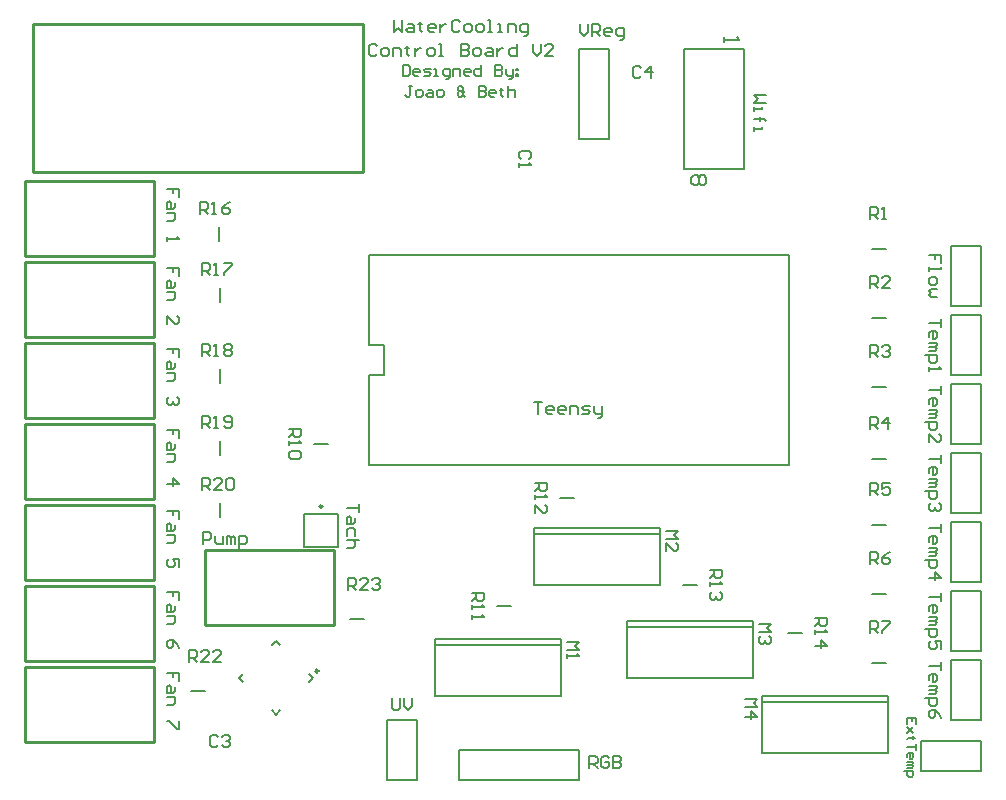
<source format=gto>
G04 Layer_Color=65535*
%FSAX24Y24*%
%MOIN*%
G70*
G01*
G75*
%ADD17C,0.0080*%
%ADD18C,0.0100*%
%ADD37C,0.0098*%
%ADD38C,0.0079*%
%ADD39C,0.0070*%
D17*
X056900Y043500D02*
Y044500D01*
X056400D02*
X056900D01*
X056400D02*
Y047500D01*
X070400D01*
Y040500D02*
Y047500D01*
X056400Y040500D02*
X070400D01*
X056400D02*
Y043500D01*
X056900D01*
X057242Y055324D02*
Y054924D01*
X057376Y055057D01*
X057509Y054924D01*
Y055324D01*
X057709Y055190D02*
X057842D01*
X057909Y055124D01*
Y054924D01*
X057709D01*
X057642Y054990D01*
X057709Y055057D01*
X057909D01*
X058109Y055257D02*
Y055190D01*
X058042D01*
X058175D01*
X058109D01*
Y054990D01*
X058175Y054924D01*
X058575D02*
X058442D01*
X058375Y054990D01*
Y055124D01*
X058442Y055190D01*
X058575D01*
X058642Y055124D01*
Y055057D01*
X058375D01*
X058775Y055190D02*
Y054924D01*
Y055057D01*
X058842Y055124D01*
X058909Y055190D01*
X058975D01*
X059442Y055257D02*
X059375Y055324D01*
X059242D01*
X059175Y055257D01*
Y054990D01*
X059242Y054924D01*
X059375D01*
X059442Y054990D01*
X059642Y054924D02*
X059775D01*
X059842Y054990D01*
Y055124D01*
X059775Y055190D01*
X059642D01*
X059575Y055124D01*
Y054990D01*
X059642Y054924D01*
X060041D02*
X060175D01*
X060241Y054990D01*
Y055124D01*
X060175Y055190D01*
X060041D01*
X059975Y055124D01*
Y054990D01*
X060041Y054924D01*
X060375D02*
X060508D01*
X060441D01*
Y055324D01*
X060375D01*
X060708Y054924D02*
X060841D01*
X060775D01*
Y055190D01*
X060708D01*
X061041Y054924D02*
Y055190D01*
X061241D01*
X061308Y055124D01*
Y054924D01*
X061574Y054790D02*
X061641D01*
X061708Y054857D01*
Y055190D01*
X061508D01*
X061441Y055124D01*
Y054990D01*
X061508Y054924D01*
X061708D01*
X056676Y054452D02*
X056609Y054518D01*
X056476D01*
X056409Y054452D01*
Y054185D01*
X056476Y054118D01*
X056609D01*
X056676Y054185D01*
X056876Y054118D02*
X057009D01*
X057076Y054185D01*
Y054318D01*
X057009Y054385D01*
X056876D01*
X056809Y054318D01*
Y054185D01*
X056876Y054118D01*
X057209D02*
Y054385D01*
X057409D01*
X057476Y054318D01*
Y054118D01*
X057676Y054452D02*
Y054385D01*
X057609D01*
X057742D01*
X057676D01*
Y054185D01*
X057742Y054118D01*
X057942Y054385D02*
Y054118D01*
Y054252D01*
X058009Y054318D01*
X058075Y054385D01*
X058142D01*
X058409Y054118D02*
X058542D01*
X058609Y054185D01*
Y054318D01*
X058542Y054385D01*
X058409D01*
X058342Y054318D01*
Y054185D01*
X058409Y054118D01*
X058742D02*
X058875D01*
X058809D01*
Y054518D01*
X058742D01*
X059475D02*
Y054118D01*
X059675D01*
X059742Y054185D01*
Y054252D01*
X059675Y054318D01*
X059475D01*
X059675D01*
X059742Y054385D01*
Y054452D01*
X059675Y054518D01*
X059475D01*
X059942Y054118D02*
X060075D01*
X060141Y054185D01*
Y054318D01*
X060075Y054385D01*
X059942D01*
X059875Y054318D01*
Y054185D01*
X059942Y054118D01*
X060341Y054385D02*
X060475D01*
X060541Y054318D01*
Y054118D01*
X060341D01*
X060275Y054185D01*
X060341Y054252D01*
X060541D01*
X060675Y054385D02*
Y054118D01*
Y054252D01*
X060741Y054318D01*
X060808Y054385D01*
X060875D01*
X061341Y054518D02*
Y054118D01*
X061141D01*
X061074Y054185D01*
Y054318D01*
X061141Y054385D01*
X061341D01*
X061874Y054518D02*
Y054252D01*
X062008Y054118D01*
X062141Y054252D01*
Y054518D01*
X062541Y054118D02*
X062274D01*
X062541Y054385D01*
Y054452D01*
X062474Y054518D01*
X062341D01*
X062274Y054452D01*
X069620Y052830D02*
X069220D01*
X069353Y052697D01*
X069220Y052563D01*
X069620D01*
X069220Y052430D02*
Y052297D01*
Y052363D01*
X069487D01*
Y052430D01*
X069220Y052030D02*
X069553D01*
X069420D01*
Y052097D01*
Y051964D01*
Y052030D01*
X069553D01*
X069620Y051964D01*
X069220Y051764D02*
Y051630D01*
Y051697D01*
X069487D01*
Y051764D01*
X063440Y055200D02*
Y054933D01*
X063573Y054800D01*
X063707Y054933D01*
Y055200D01*
X063840Y054800D02*
Y055200D01*
X064040D01*
X064106Y055133D01*
Y055000D01*
X064040Y054933D01*
X063840D01*
X063973D02*
X064106Y054800D01*
X064440D02*
X064306D01*
X064240Y054867D01*
Y055000D01*
X064306Y055067D01*
X064440D01*
X064506Y055000D01*
Y054933D01*
X064240D01*
X064773Y054667D02*
X064840D01*
X064906Y054733D01*
Y055067D01*
X064706D01*
X064640Y055000D01*
Y054867D01*
X064706Y054800D01*
X064906D01*
X051367Y031433D02*
X051300Y031500D01*
X051167D01*
X051100Y031433D01*
Y031167D01*
X051167Y031100D01*
X051300D01*
X051367Y031167D01*
X051500Y031433D02*
X051567Y031500D01*
X051700D01*
X051766Y031433D01*
Y031367D01*
X051700Y031300D01*
X051633D01*
X051700D01*
X051766Y031233D01*
Y031167D01*
X051700Y031100D01*
X051567D01*
X051500Y031167D01*
X061743Y050703D02*
X061810Y050770D01*
Y050903D01*
X061743Y050970D01*
X061477D01*
X061410Y050903D01*
Y050770D01*
X061477Y050703D01*
X061410Y050570D02*
Y050437D01*
Y050503D01*
X061810D01*
X061743Y050570D01*
X071270Y035400D02*
X071670D01*
Y035200D01*
X071603Y035133D01*
X071470D01*
X071403Y035200D01*
Y035400D01*
Y035267D02*
X071270Y035133D01*
Y035000D02*
Y034867D01*
Y034933D01*
X071670D01*
X071603Y035000D01*
X071270Y034467D02*
X071670D01*
X071470Y034667D01*
Y034400D01*
X067770Y037000D02*
X068170D01*
Y036800D01*
X068103Y036733D01*
X067970D01*
X067903Y036800D01*
Y037000D01*
Y036867D02*
X067770Y036733D01*
Y036600D02*
Y036467D01*
Y036533D01*
X068170D01*
X068103Y036600D01*
Y036267D02*
X068170Y036200D01*
Y036067D01*
X068103Y036000D01*
X068037D01*
X067970Y036067D01*
Y036134D01*
Y036067D01*
X067903Y036000D01*
X067837D01*
X067770Y036067D01*
Y036200D01*
X067837Y036267D01*
X061930Y039900D02*
X062330D01*
Y039700D01*
X062263Y039633D01*
X062130D01*
X062063Y039700D01*
Y039900D01*
Y039767D02*
X061930Y039633D01*
Y039500D02*
Y039367D01*
Y039433D01*
X062330D01*
X062263Y039500D01*
X061930Y038900D02*
Y039167D01*
X062197Y038900D01*
X062263D01*
X062330Y038967D01*
Y039100D01*
X062263Y039167D01*
X059830Y036230D02*
X060230D01*
Y036030D01*
X060163Y035963D01*
X060030D01*
X059963Y036030D01*
Y036230D01*
Y036097D02*
X059830Y035963D01*
Y035830D02*
Y035697D01*
Y035763D01*
X060230D01*
X060163Y035830D01*
X059830Y035497D02*
Y035364D01*
Y035430D01*
X060230D01*
X060163Y035497D01*
X050080Y049423D02*
Y049690D01*
X049880D01*
Y049557D01*
Y049690D01*
X049680D01*
X049947Y049223D02*
Y049090D01*
X049880Y049024D01*
X049680D01*
Y049223D01*
X049747Y049290D01*
X049813Y049223D01*
Y049024D01*
X049680Y048890D02*
X049947D01*
Y048690D01*
X049880Y048624D01*
X049680D01*
Y048091D02*
Y047957D01*
Y048024D01*
X050080D01*
X050013Y048091D01*
X050080Y046793D02*
Y047060D01*
X049880D01*
Y046926D01*
Y047060D01*
X049680D01*
X049947Y046593D02*
Y046460D01*
X049880Y046393D01*
X049680D01*
Y046593D01*
X049747Y046660D01*
X049813Y046593D01*
Y046393D01*
X049680Y046260D02*
X049947D01*
Y046060D01*
X049880Y045993D01*
X049680D01*
Y045194D02*
Y045460D01*
X049947Y045194D01*
X050013D01*
X050080Y045260D01*
Y045393D01*
X050013Y045460D01*
X050080Y044093D02*
Y044360D01*
X049880D01*
Y044226D01*
Y044360D01*
X049680D01*
X049947Y043893D02*
Y043760D01*
X049880Y043693D01*
X049680D01*
Y043893D01*
X049747Y043960D01*
X049813Y043893D01*
Y043693D01*
X049680Y043560D02*
X049947D01*
Y043360D01*
X049880Y043293D01*
X049680D01*
X050013Y042760D02*
X050080Y042693D01*
Y042560D01*
X050013Y042494D01*
X049947D01*
X049880Y042560D01*
Y042627D01*
Y042560D01*
X049813Y042494D01*
X049747D01*
X049680Y042560D01*
Y042693D01*
X049747Y042760D01*
X050080Y041393D02*
Y041660D01*
X049880D01*
Y041526D01*
Y041660D01*
X049680D01*
X049947Y041193D02*
Y041060D01*
X049880Y040993D01*
X049680D01*
Y041193D01*
X049747Y041260D01*
X049813Y041193D01*
Y040993D01*
X049680Y040860D02*
X049947D01*
Y040660D01*
X049880Y040593D01*
X049680D01*
Y039860D02*
X050080D01*
X049880Y040060D01*
Y039794D01*
X050080Y038693D02*
Y038960D01*
X049880D01*
Y038827D01*
Y038960D01*
X049680D01*
X049947Y038493D02*
Y038360D01*
X049880Y038294D01*
X049680D01*
Y038493D01*
X049747Y038560D01*
X049813Y038493D01*
Y038294D01*
X049680Y038160D02*
X049947D01*
Y037960D01*
X049880Y037894D01*
X049680D01*
X050080Y037094D02*
Y037361D01*
X049880D01*
X049947Y037227D01*
Y037161D01*
X049880Y037094D01*
X049747D01*
X049680Y037161D01*
Y037294D01*
X049747Y037361D01*
X050079Y035993D02*
Y036260D01*
X049879D01*
Y036127D01*
Y036260D01*
X049679D01*
X049946Y035793D02*
Y035660D01*
X049879Y035594D01*
X049679D01*
Y035793D01*
X049746Y035860D01*
X049812Y035793D01*
Y035594D01*
X049679Y035460D02*
X049946D01*
Y035260D01*
X049879Y035194D01*
X049679D01*
X050079Y034394D02*
X050012Y034527D01*
X049879Y034661D01*
X049746D01*
X049679Y034594D01*
Y034461D01*
X049746Y034394D01*
X049812D01*
X049879Y034461D01*
Y034661D01*
X050080Y033294D02*
Y033560D01*
X049880D01*
Y033427D01*
Y033560D01*
X049680D01*
X049947Y033094D02*
Y032961D01*
X049880Y032894D01*
X049680D01*
Y033094D01*
X049747Y033161D01*
X049813Y033094D01*
Y032894D01*
X049680Y032761D02*
X049947D01*
Y032561D01*
X049880Y032494D01*
X049680D01*
X050080Y031961D02*
Y031694D01*
X050013D01*
X049747Y031961D01*
X049680D01*
X075480Y047233D02*
Y047500D01*
X075280D01*
Y047367D01*
Y047500D01*
X075080D01*
Y047100D02*
Y046967D01*
Y047033D01*
X075480D01*
Y047100D01*
X075080Y046700D02*
Y046567D01*
X075147Y046500D01*
X075280D01*
X075347Y046567D01*
Y046700D01*
X075280Y046767D01*
X075147D01*
X075080Y046700D01*
X075347Y046367D02*
X075147D01*
X075080Y046300D01*
X075147Y046234D01*
X075080Y046167D01*
X075147Y046100D01*
X075347D01*
X050880Y037860D02*
Y038260D01*
X051080D01*
X051147Y038194D01*
Y038060D01*
X051080Y037994D01*
X050880D01*
X051280Y038127D02*
Y037927D01*
X051347Y037860D01*
X051546D01*
Y038127D01*
X051680Y037860D02*
Y038127D01*
X051746D01*
X051813Y038060D01*
Y037860D01*
Y038060D01*
X051880Y038127D01*
X051946Y038060D01*
Y037860D01*
X052080Y037727D02*
Y038127D01*
X052280D01*
X052346Y038060D01*
Y037927D01*
X052280Y037860D01*
X052080D01*
X073090Y048686D02*
Y049086D01*
X073290D01*
X073357Y049019D01*
Y048886D01*
X073290Y048819D01*
X073090D01*
X073223D02*
X073357Y048686D01*
X073490D02*
X073623D01*
X073557D01*
Y049086D01*
X073490Y049019D01*
X073090Y046386D02*
Y046786D01*
X073290D01*
X073357Y046719D01*
Y046586D01*
X073290Y046519D01*
X073090D01*
X073223D02*
X073357Y046386D01*
X073756D02*
X073490D01*
X073756Y046652D01*
Y046719D01*
X073690Y046786D01*
X073557D01*
X073490Y046719D01*
X073090Y044086D02*
Y044486D01*
X073290D01*
X073357Y044419D01*
Y044286D01*
X073290Y044219D01*
X073090D01*
X073223D02*
X073357Y044086D01*
X073490Y044419D02*
X073557Y044486D01*
X073690D01*
X073756Y044419D01*
Y044352D01*
X073690Y044286D01*
X073623D01*
X073690D01*
X073756Y044219D01*
Y044152D01*
X073690Y044086D01*
X073557D01*
X073490Y044152D01*
X073090Y041686D02*
Y042086D01*
X073290D01*
X073357Y042019D01*
Y041886D01*
X073290Y041819D01*
X073090D01*
X073223D02*
X073357Y041686D01*
X073690D02*
Y042086D01*
X073490Y041886D01*
X073756D01*
X073090Y039486D02*
Y039886D01*
X073290D01*
X073357Y039819D01*
Y039686D01*
X073290Y039619D01*
X073090D01*
X073223D02*
X073357Y039486D01*
X073756Y039886D02*
X073490D01*
Y039686D01*
X073623Y039752D01*
X073690D01*
X073756Y039686D01*
Y039552D01*
X073690Y039486D01*
X073557D01*
X073490Y039552D01*
X073090Y037186D02*
Y037586D01*
X073290D01*
X073357Y037519D01*
Y037386D01*
X073290Y037319D01*
X073090D01*
X073223D02*
X073357Y037186D01*
X073756Y037586D02*
X073623Y037519D01*
X073490Y037386D01*
Y037252D01*
X073557Y037186D01*
X073690D01*
X073756Y037252D01*
Y037319D01*
X073690Y037386D01*
X073490D01*
X073090Y034886D02*
Y035286D01*
X073290D01*
X073357Y035219D01*
Y035086D01*
X073290Y035019D01*
X073090D01*
X073223D02*
X073357Y034886D01*
X073490Y035286D02*
X073756D01*
Y035219D01*
X073490Y034952D01*
Y034886D01*
X053730Y041700D02*
X054130D01*
Y041500D01*
X054063Y041433D01*
X053930D01*
X053863Y041500D01*
Y041700D01*
Y041567D02*
X053730Y041433D01*
Y041300D02*
Y041167D01*
Y041233D01*
X054130D01*
X054063Y041300D01*
Y040967D02*
X054130Y040900D01*
Y040767D01*
X054063Y040700D01*
X053797D01*
X053730Y040767D01*
Y040900D01*
X053797Y040967D01*
X054063D01*
X066300Y038300D02*
X066700D01*
X066567Y038167D01*
X066700Y038033D01*
X066300D01*
Y037634D02*
Y037900D01*
X066567Y037634D01*
X066633D01*
X066700Y037700D01*
Y037833D01*
X066633Y037900D01*
X069400Y035200D02*
X069800D01*
X069667Y035067D01*
X069800Y034933D01*
X069400D01*
X069733Y034800D02*
X069800Y034733D01*
Y034600D01*
X069733Y034534D01*
X069667D01*
X069600Y034600D01*
Y034667D01*
Y034600D01*
X069533Y034534D01*
X069467D01*
X069400Y034600D01*
Y034733D01*
X069467Y034800D01*
X068950Y032700D02*
X069350D01*
X069217Y032567D01*
X069350Y032433D01*
X068950D01*
Y032100D02*
X069350D01*
X069150Y032300D01*
Y032034D01*
X063750Y030400D02*
Y030800D01*
X063950D01*
X064017Y030733D01*
Y030600D01*
X063950Y030533D01*
X063750D01*
X063883D02*
X064017Y030400D01*
X064416Y030733D02*
X064350Y030800D01*
X064217D01*
X064150Y030733D01*
Y030467D01*
X064217Y030400D01*
X064350D01*
X064416Y030467D01*
Y030600D01*
X064283D01*
X064550Y030800D02*
Y030400D01*
X064750D01*
X064816Y030467D01*
Y030533D01*
X064750Y030600D01*
X064550D01*
X064750D01*
X064816Y030667D01*
Y030733D01*
X064750Y030800D01*
X064550D01*
X075480Y045370D02*
Y045103D01*
Y045237D01*
X075080D01*
Y044770D02*
Y044903D01*
X075147Y044970D01*
X075280D01*
X075347Y044903D01*
Y044770D01*
X075280Y044704D01*
X075213D01*
Y044970D01*
X075080Y044570D02*
X075347D01*
Y044504D01*
X075280Y044437D01*
X075080D01*
X075280D01*
X075347Y044370D01*
X075280Y044304D01*
X075080D01*
X074947Y044170D02*
X075347D01*
Y043970D01*
X075280Y043904D01*
X075147D01*
X075080Y043970D01*
Y044170D01*
Y043771D02*
Y043637D01*
Y043704D01*
X075480D01*
X075413Y043771D01*
X075480Y043130D02*
Y042863D01*
Y042997D01*
X075080D01*
Y042530D02*
Y042663D01*
X075147Y042730D01*
X075280D01*
X075347Y042663D01*
Y042530D01*
X075280Y042464D01*
X075213D01*
Y042730D01*
X075080Y042330D02*
X075347D01*
Y042264D01*
X075280Y042197D01*
X075080D01*
X075280D01*
X075347Y042130D01*
X075280Y042064D01*
X075080D01*
X074947Y041930D02*
X075347D01*
Y041730D01*
X075280Y041664D01*
X075147D01*
X075080Y041730D01*
Y041930D01*
Y041264D02*
Y041531D01*
X075347Y041264D01*
X075413D01*
X075480Y041331D01*
Y041464D01*
X075413Y041531D01*
X075480Y040830D02*
Y040563D01*
Y040697D01*
X075080D01*
Y040230D02*
Y040363D01*
X075147Y040430D01*
X075280D01*
X075347Y040363D01*
Y040230D01*
X075280Y040164D01*
X075213D01*
Y040430D01*
X075080Y040030D02*
X075347D01*
Y039964D01*
X075280Y039897D01*
X075080D01*
X075280D01*
X075347Y039830D01*
X075280Y039764D01*
X075080D01*
X074947Y039630D02*
X075347D01*
Y039430D01*
X075280Y039364D01*
X075147D01*
X075080Y039430D01*
Y039630D01*
X075413Y039231D02*
X075480Y039164D01*
Y039031D01*
X075413Y038964D01*
X075347D01*
X075280Y039031D01*
Y039097D01*
Y039031D01*
X075213Y038964D01*
X075147D01*
X075080Y039031D01*
Y039164D01*
X075147Y039231D01*
X075480Y038530D02*
Y038263D01*
Y038397D01*
X075080D01*
Y037930D02*
Y038063D01*
X075147Y038130D01*
X075280D01*
X075347Y038063D01*
Y037930D01*
X075280Y037864D01*
X075213D01*
Y038130D01*
X075080Y037730D02*
X075347D01*
Y037664D01*
X075280Y037597D01*
X075080D01*
X075280D01*
X075347Y037530D01*
X075280Y037464D01*
X075080D01*
X074947Y037330D02*
X075347D01*
Y037130D01*
X075280Y037064D01*
X075147D01*
X075080Y037130D01*
Y037330D01*
Y036731D02*
X075480D01*
X075280Y036931D01*
Y036664D01*
X075480Y036230D02*
Y035963D01*
Y036097D01*
X075080D01*
Y035630D02*
Y035763D01*
X075147Y035830D01*
X075280D01*
X075347Y035763D01*
Y035630D01*
X075280Y035564D01*
X075213D01*
Y035830D01*
X075080Y035430D02*
X075347D01*
Y035364D01*
X075280Y035297D01*
X075080D01*
X075280D01*
X075347Y035230D01*
X075280Y035164D01*
X075080D01*
X074947Y035030D02*
X075347D01*
Y034830D01*
X075280Y034764D01*
X075147D01*
X075080Y034830D01*
Y035030D01*
X075480Y034364D02*
Y034631D01*
X075280D01*
X075347Y034497D01*
Y034431D01*
X075280Y034364D01*
X075147D01*
X075080Y034431D01*
Y034564D01*
X075147Y034631D01*
X075480Y033930D02*
Y033663D01*
Y033797D01*
X075080D01*
Y033330D02*
Y033463D01*
X075147Y033530D01*
X075280D01*
X075347Y033463D01*
Y033330D01*
X075280Y033264D01*
X075213D01*
Y033530D01*
X075080Y033130D02*
X075347D01*
Y033064D01*
X075280Y032997D01*
X075080D01*
X075280D01*
X075347Y032930D01*
X075280Y032864D01*
X075080D01*
X074947Y032730D02*
X075347D01*
Y032530D01*
X075280Y032464D01*
X075147D01*
X075080Y032530D01*
Y032730D01*
X075480Y032064D02*
X075413Y032197D01*
X075280Y032331D01*
X075147D01*
X075080Y032264D01*
Y032131D01*
X075147Y032064D01*
X075213D01*
X075280Y032131D01*
Y032331D01*
X063000Y034600D02*
X063400D01*
X063267Y034467D01*
X063400Y034333D01*
X063000D01*
Y034200D02*
Y034067D01*
Y034133D01*
X063400D01*
X063333Y034200D01*
X057170Y032720D02*
Y032387D01*
X057237Y032320D01*
X057370D01*
X057437Y032387D01*
Y032720D01*
X057570D02*
Y032453D01*
X057703Y032320D01*
X057836Y032453D01*
Y032720D01*
X065467Y053733D02*
X065400Y053800D01*
X065267D01*
X065200Y053733D01*
Y053467D01*
X065267Y053400D01*
X065400D01*
X065467Y053467D01*
X065800Y053400D02*
Y053800D01*
X065600Y053600D01*
X065866D01*
X061900Y042600D02*
X062167D01*
X062033D01*
Y042200D01*
X062500D02*
X062367D01*
X062300Y042267D01*
Y042400D01*
X062367Y042467D01*
X062500D01*
X062566Y042400D01*
Y042333D01*
X062300D01*
X062900Y042200D02*
X062766D01*
X062700Y042267D01*
Y042400D01*
X062766Y042467D01*
X062900D01*
X062966Y042400D01*
Y042333D01*
X062700D01*
X063100Y042200D02*
Y042467D01*
X063300D01*
X063366Y042400D01*
Y042200D01*
X063499D02*
X063699D01*
X063766Y042267D01*
X063699Y042333D01*
X063566D01*
X063499Y042400D01*
X063566Y042467D01*
X063766D01*
X063899D02*
Y042267D01*
X063966Y042200D01*
X064166D01*
Y042133D01*
X064099Y042067D01*
X064033D01*
X064166Y042200D02*
Y042467D01*
X056070Y039190D02*
Y038923D01*
Y039057D01*
X055670D01*
X055937Y038723D02*
Y038590D01*
X055870Y038524D01*
X055670D01*
Y038723D01*
X055737Y038790D01*
X055803Y038723D01*
Y038524D01*
X055937Y038124D02*
Y038324D01*
X055870Y038390D01*
X055737D01*
X055670Y038324D01*
Y038124D01*
X056070Y037990D02*
X055670D01*
X055870D01*
X055937Y037924D01*
Y037790D01*
X055870Y037724D01*
X055670D01*
X074650Y031850D02*
Y032050D01*
X074350D01*
Y031850D01*
X074500Y032050D02*
Y031950D01*
X074550Y031750D02*
X074350Y031550D01*
X074450Y031650D01*
X074550Y031550D01*
X074350Y031750D01*
X074600Y031400D02*
X074550D01*
Y031450D01*
Y031350D01*
Y031400D01*
X074400D01*
X074350Y031350D01*
X074650Y031200D02*
Y031000D01*
Y031100D01*
X074350D01*
Y030750D02*
Y030850D01*
X074400Y030900D01*
X074500D01*
X074550Y030850D01*
Y030750D01*
X074500Y030700D01*
X074450D01*
Y030900D01*
X074350Y030600D02*
X074550D01*
Y030550D01*
X074500Y030501D01*
X074350D01*
X074500D01*
X074550Y030451D01*
X074500Y030401D01*
X074350D01*
X074250Y030301D02*
X074550D01*
Y030151D01*
X074500Y030101D01*
X074400D01*
X074350Y030151D01*
Y030301D01*
X050770Y048870D02*
Y049270D01*
X050970D01*
X051037Y049203D01*
Y049070D01*
X050970Y049003D01*
X050770D01*
X050903D02*
X051037Y048870D01*
X051170D02*
X051303D01*
X051237D01*
Y049270D01*
X051170Y049203D01*
X051770Y049270D02*
X051636Y049203D01*
X051503Y049070D01*
Y048937D01*
X051570Y048870D01*
X051703D01*
X051770Y048937D01*
Y049003D01*
X051703Y049070D01*
X051503D01*
X050820Y046820D02*
Y047220D01*
X051020D01*
X051087Y047153D01*
Y047020D01*
X051020Y046953D01*
X050820D01*
X050953D02*
X051087Y046820D01*
X051220D02*
X051353D01*
X051287D01*
Y047220D01*
X051220Y047153D01*
X051553Y047220D02*
X051820D01*
Y047153D01*
X051553Y046887D01*
Y046820D01*
X050820Y044120D02*
Y044520D01*
X051020D01*
X051087Y044453D01*
Y044320D01*
X051020Y044253D01*
X050820D01*
X050953D02*
X051087Y044120D01*
X051220D02*
X051353D01*
X051287D01*
Y044520D01*
X051220Y044453D01*
X051553D02*
X051620Y044520D01*
X051753D01*
X051820Y044453D01*
Y044387D01*
X051753Y044320D01*
X051820Y044253D01*
Y044187D01*
X051753Y044120D01*
X051620D01*
X051553Y044187D01*
Y044253D01*
X051620Y044320D01*
X051553Y044387D01*
Y044453D01*
X051620Y044320D02*
X051753D01*
X050820Y041720D02*
Y042120D01*
X051020D01*
X051087Y042053D01*
Y041920D01*
X051020Y041853D01*
X050820D01*
X050953D02*
X051087Y041720D01*
X051220D02*
X051353D01*
X051287D01*
Y042120D01*
X051220Y042053D01*
X051553Y041787D02*
X051620Y041720D01*
X051753D01*
X051820Y041787D01*
Y042053D01*
X051753Y042120D01*
X051620D01*
X051553Y042053D01*
Y041987D01*
X051620Y041920D01*
X051820D01*
X050820Y039670D02*
Y040070D01*
X051020D01*
X051087Y040003D01*
Y039870D01*
X051020Y039803D01*
X050820D01*
X050953D02*
X051087Y039670D01*
X051486D02*
X051220D01*
X051486Y039937D01*
Y040003D01*
X051420Y040070D01*
X051287D01*
X051220Y040003D01*
X051620D02*
X051686Y040070D01*
X051820D01*
X051886Y040003D01*
Y039737D01*
X051820Y039670D01*
X051686D01*
X051620Y039737D01*
Y040003D01*
X050390Y033940D02*
Y034340D01*
X050590D01*
X050657Y034273D01*
Y034140D01*
X050590Y034073D01*
X050390D01*
X050523D02*
X050657Y033940D01*
X051056D02*
X050790D01*
X051056Y034207D01*
Y034273D01*
X050990Y034340D01*
X050857D01*
X050790Y034273D01*
X051456Y033940D02*
X051190D01*
X051456Y034207D01*
Y034273D01*
X051390Y034340D01*
X051256D01*
X051190Y034273D01*
X055690Y036340D02*
Y036740D01*
X055890D01*
X055957Y036673D01*
Y036540D01*
X055890Y036473D01*
X055690D01*
X055823D02*
X055957Y036340D01*
X056356D02*
X056090D01*
X056356Y036607D01*
Y036673D01*
X056290Y036740D01*
X056157D01*
X056090Y036673D01*
X056490D02*
X056556Y036740D01*
X056690D01*
X056756Y036673D01*
Y036607D01*
X056690Y036540D01*
X056623D01*
X056690D01*
X056756Y036473D01*
Y036407D01*
X056690Y036340D01*
X056556D01*
X056490Y036407D01*
X067567Y050150D02*
X067650Y050067D01*
Y049900D01*
X067567Y049817D01*
X067483D01*
X067400Y049900D01*
X067317Y049817D01*
X067233D01*
X067150Y049900D01*
Y050067D01*
X067233Y050150D01*
X067317D01*
X067400Y050067D01*
X067483Y050150D01*
X067567D01*
X067400Y050067D02*
Y049900D01*
X068250Y054750D02*
Y054583D01*
Y054667D01*
X068750D01*
X068667Y054750D01*
D18*
X044950Y047450D02*
X049250D01*
X044950D02*
Y049950D01*
X049250D01*
Y047450D02*
Y049950D01*
X044950Y044750D02*
X049250D01*
X044950D02*
Y047250D01*
X049250D01*
Y044750D02*
Y047250D01*
X044950Y042050D02*
X049250D01*
X044950D02*
Y044550D01*
X049250D01*
Y042050D02*
Y044550D01*
X044950Y039350D02*
X049250D01*
X044950D02*
Y041850D01*
X049250D01*
Y039350D02*
Y041850D01*
X044950Y036650D02*
X049250D01*
X044950D02*
Y039150D01*
X049250D01*
Y036650D02*
Y039150D01*
X044949Y033950D02*
X049249D01*
X044949D02*
Y036450D01*
X049249D01*
Y033950D02*
Y036450D01*
X044950Y031250D02*
X049250D01*
X044950D02*
Y033750D01*
X049250D01*
Y031250D02*
Y033750D01*
X045200Y050250D02*
X056200D01*
Y055200D01*
X045200D02*
X056200D01*
X045200Y050250D02*
Y055200D01*
X050950Y037650D02*
X055250D01*
Y035150D02*
Y037650D01*
X050950Y035150D02*
X055250D01*
X050950D02*
Y037650D01*
D37*
X054849Y039107D02*
G03*
X054849Y039107I-000049J000000D01*
G01*
X054713Y033623D02*
G03*
X054713Y033623I-000049J000000D01*
G01*
D38*
X070364Y034900D02*
X070836D01*
X066864Y036500D02*
X067336D01*
X064400Y051350D02*
Y054350D01*
X063400D02*
X064400D01*
X063400Y051350D02*
Y054350D01*
Y051350D02*
X064400D01*
X073164Y033900D02*
X073636D01*
X073164Y036200D02*
X073636D01*
X073164Y038500D02*
X073636D01*
X073164Y040700D02*
X073636D01*
X073164Y043100D02*
X073636D01*
X073164Y045400D02*
X073636D01*
X073164Y047700D02*
X073636D01*
X075800Y045800D02*
Y047800D01*
Y045800D02*
X076800D01*
Y047800D01*
X075800D02*
X076800D01*
X075800Y043500D02*
Y045500D01*
Y043500D02*
X076800D01*
Y045500D01*
X075800D02*
X076800D01*
X075800Y041200D02*
Y043200D01*
Y041200D02*
X076800D01*
Y043200D01*
X075800D02*
X076800D01*
X075800Y038900D02*
Y040900D01*
Y038900D02*
X076800D01*
Y040900D01*
X075800D02*
X076800D01*
X075800Y036600D02*
Y038600D01*
Y036600D02*
X076800D01*
Y038600D01*
X075800D02*
X076800D01*
X075800Y034300D02*
Y036300D01*
Y034300D02*
X076800D01*
Y036300D01*
X075800D02*
X076800D01*
X075800Y032000D02*
Y034000D01*
Y032000D02*
X076800D01*
Y034000D01*
X075800D02*
X076800D01*
X057000Y030000D02*
Y032000D01*
Y030000D02*
X058000D01*
Y032000D01*
X057000D02*
X058000D01*
X054564Y041200D02*
X055036D01*
X062764Y039400D02*
X063236D01*
X060664Y035800D02*
X061136D01*
X054249Y038851D02*
X055351D01*
X055351Y037749D02*
Y038851D01*
X054249Y037749D02*
X055351D01*
X054249Y037749D02*
Y038851D01*
X051450Y040814D02*
Y041286D01*
X055764Y035350D02*
X056236D01*
X051450Y043214D02*
Y043686D01*
Y045914D02*
Y046386D01*
X050464Y032950D02*
X050936D01*
X051400Y047964D02*
Y048436D01*
X062806Y032796D02*
Y034686D01*
X058594Y032796D02*
Y034686D01*
Y032796D02*
X062806D01*
X058594Y034686D02*
X062806D01*
X058594Y034489D02*
X062806D01*
X066106Y036496D02*
Y038386D01*
X061894Y036496D02*
Y038386D01*
Y036496D02*
X066106D01*
X061894Y038386D02*
X066106D01*
X061894Y038189D02*
X066106D01*
X069206Y033396D02*
Y035286D01*
X064994Y033396D02*
Y035286D01*
Y033396D02*
X069206D01*
X064994Y035286D02*
X069206D01*
X064994Y035089D02*
X069206D01*
X053161Y034486D02*
X053300Y034625D01*
X053439Y034486D01*
X052075Y033400D02*
X052214Y033539D01*
X052075Y033400D02*
X052214Y033261D01*
X053161Y032314D02*
X053300Y032175D01*
X053439Y032314D01*
X054386Y033261D02*
X054525Y033400D01*
X054386Y033539D02*
X054525Y033400D01*
X066900Y050350D02*
X068900D01*
X066900Y054350D02*
X068900D01*
Y050350D02*
Y054350D01*
X066900Y050350D02*
Y054350D01*
X051450Y038764D02*
Y039236D01*
X073706Y030896D02*
Y032786D01*
X069494Y030896D02*
Y032786D01*
Y030896D02*
X073706D01*
X069494Y032786D02*
X073706D01*
X069494Y032589D02*
X073706D01*
X076800Y030300D02*
Y031300D01*
X074800Y030300D02*
X076800D01*
X074800D02*
Y031300D01*
X076800D01*
X059400Y030000D02*
Y031000D01*
Y030000D02*
X063400D01*
X059400Y031000D02*
X063400D01*
Y030000D02*
Y031000D01*
D39*
X057520Y053824D02*
Y053474D01*
X057695D01*
X057753Y053533D01*
Y053766D01*
X057695Y053824D01*
X057520D01*
X058045Y053474D02*
X057928D01*
X057870Y053533D01*
Y053649D01*
X057928Y053708D01*
X058045D01*
X058103Y053649D01*
Y053591D01*
X057870D01*
X058220Y053474D02*
X058395D01*
X058453Y053533D01*
X058395Y053591D01*
X058278D01*
X058220Y053649D01*
X058278Y053708D01*
X058453D01*
X058570Y053474D02*
X058686D01*
X058628D01*
Y053708D01*
X058570D01*
X058978Y053358D02*
X059036D01*
X059094Y053416D01*
Y053708D01*
X058920D01*
X058861Y053649D01*
Y053533D01*
X058920Y053474D01*
X059094D01*
X059211D02*
Y053708D01*
X059386D01*
X059444Y053649D01*
Y053474D01*
X059736D02*
X059619D01*
X059561Y053533D01*
Y053649D01*
X059619Y053708D01*
X059736D01*
X059794Y053649D01*
Y053591D01*
X059561D01*
X060144Y053824D02*
Y053474D01*
X059969D01*
X059911Y053533D01*
Y053649D01*
X059969Y053708D01*
X060144D01*
X060611Y053824D02*
Y053474D01*
X060786D01*
X060844Y053533D01*
Y053591D01*
X060786Y053649D01*
X060611D01*
X060786D01*
X060844Y053708D01*
Y053766D01*
X060786Y053824D01*
X060611D01*
X060961Y053708D02*
Y053533D01*
X061019Y053474D01*
X061194D01*
Y053416D01*
X061136Y053358D01*
X061077D01*
X061194Y053474D02*
Y053708D01*
X061310D02*
X061369D01*
Y053649D01*
X061310D01*
Y053708D01*
Y053533D02*
X061369D01*
Y053474D01*
X061310D01*
Y053533D01*
X057841Y053120D02*
X057724D01*
X057782D01*
Y052828D01*
X057724Y052770D01*
X057666D01*
X057607Y052828D01*
X058016Y052770D02*
X058132D01*
X058191Y052828D01*
Y052945D01*
X058132Y053003D01*
X058016D01*
X057957Y052945D01*
Y052828D01*
X058016Y052770D01*
X058366Y053003D02*
X058482D01*
X058541Y052945D01*
Y052770D01*
X058366D01*
X058307Y052828D01*
X058366Y052887D01*
X058541D01*
X058715Y052770D02*
X058832D01*
X058890Y052828D01*
Y052945D01*
X058832Y053003D01*
X058715D01*
X058657Y052945D01*
Y052828D01*
X058715Y052770D01*
X059590D02*
X059532Y052828D01*
X059474Y052770D01*
X059415D01*
X059357Y052828D01*
Y052887D01*
X059415Y052945D01*
X059357Y053003D01*
Y053062D01*
X059415Y053120D01*
X059474D01*
X059532Y053062D01*
Y053003D01*
X059474Y052945D01*
X059532Y052887D01*
Y052828D01*
X059590Y052945D02*
X059532Y052887D01*
X059415Y052945D02*
X059474D01*
X060057Y053120D02*
Y052770D01*
X060232D01*
X060290Y052828D01*
Y052887D01*
X060232Y052945D01*
X060057D01*
X060232D01*
X060290Y053003D01*
Y053062D01*
X060232Y053120D01*
X060057D01*
X060582Y052770D02*
X060465D01*
X060407Y052828D01*
Y052945D01*
X060465Y053003D01*
X060582D01*
X060640Y052945D01*
Y052887D01*
X060407D01*
X060815Y053062D02*
Y053003D01*
X060756D01*
X060873D01*
X060815D01*
Y052828D01*
X060873Y052770D01*
X061048Y053120D02*
Y052770D01*
Y052945D01*
X061106Y053003D01*
X061223D01*
X061281Y052945D01*
Y052770D01*
M02*

</source>
